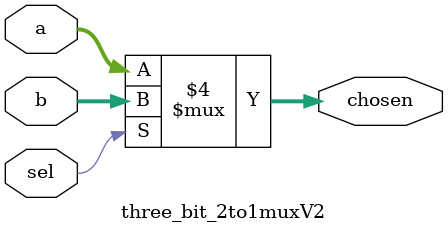
<source format=v>
module three_bit_2to1muxV2 (sel,a,b,chosen);
 
	input sel;
	input[2:0] a, b;
	output reg[2:0] chosen;
	
	always @(a,b,sel) begin
		if (sel == 1'b1)
			chosen = b;
		else
			chosen = a;
	end
 
endmodule

</source>
